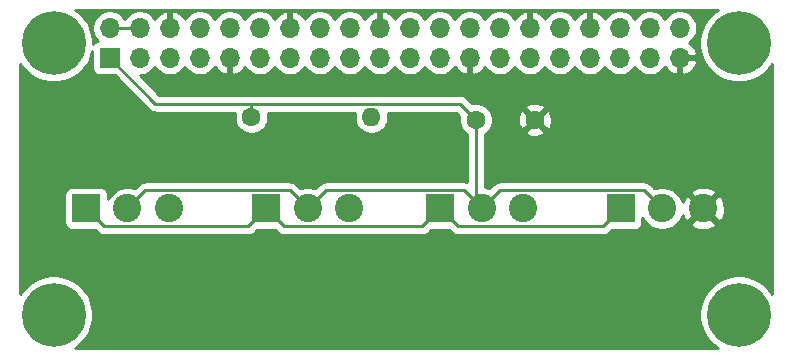
<source format=gbr>
%TF.GenerationSoftware,KiCad,Pcbnew,(5.1.8)-1*%
%TF.CreationDate,2022-03-17T13:58:37+00:00*%
%TF.ProjectId,wire_pi_hat,77697265-5f70-4695-9f68-61742e6b6963,rev?*%
%TF.SameCoordinates,Original*%
%TF.FileFunction,Copper,L1,Top*%
%TF.FilePolarity,Positive*%
%FSLAX46Y46*%
G04 Gerber Fmt 4.6, Leading zero omitted, Abs format (unit mm)*
G04 Created by KiCad (PCBNEW (5.1.8)-1) date 2022-03-17 13:58:37*
%MOMM*%
%LPD*%
G01*
G04 APERTURE LIST*
%TA.AperFunction,ComponentPad*%
%ADD10O,1.600000X1.600000*%
%TD*%
%TA.AperFunction,ComponentPad*%
%ADD11C,1.600000*%
%TD*%
%TA.AperFunction,ComponentPad*%
%ADD12C,2.400000*%
%TD*%
%TA.AperFunction,ComponentPad*%
%ADD13R,2.400000X2.400000*%
%TD*%
%TA.AperFunction,ComponentPad*%
%ADD14C,5.400000*%
%TD*%
%TA.AperFunction,ComponentPad*%
%ADD15O,1.700000X1.700000*%
%TD*%
%TA.AperFunction,ComponentPad*%
%ADD16R,1.700000X1.700000*%
%TD*%
%TA.AperFunction,Conductor*%
%ADD17C,0.250000*%
%TD*%
%TA.AperFunction,Conductor*%
%ADD18C,0.254000*%
%TD*%
%TA.AperFunction,Conductor*%
%ADD19C,0.100000*%
%TD*%
G04 APERTURE END LIST*
D10*
%TO.P,R1,2*%
%TO.N,Net-(J1-Pad1)*%
X80410000Y-45250000D03*
D11*
%TO.P,R1,1*%
%TO.N,+3V3*%
X70250000Y-45250000D03*
%TD*%
D12*
%TO.P,J5,3*%
%TO.N,GND*%
X108500000Y-53000000D03*
%TO.P,J5,2*%
%TO.N,+3V3*%
X105000000Y-53000000D03*
D13*
%TO.P,J5,1*%
%TO.N,Net-(J1-Pad1)*%
X101500000Y-53000000D03*
%TD*%
D12*
%TO.P,J4,3*%
%TO.N,GND*%
X93250000Y-53000000D03*
%TO.P,J4,2*%
%TO.N,+3V3*%
X89750000Y-53000000D03*
D13*
%TO.P,J4,1*%
%TO.N,Net-(J1-Pad1)*%
X86250000Y-53000000D03*
%TD*%
D12*
%TO.P,J2,3*%
%TO.N,GND*%
X78500000Y-53000000D03*
%TO.P,J2,2*%
%TO.N,+3V3*%
X75000000Y-53000000D03*
D13*
%TO.P,J2,1*%
%TO.N,Net-(J1-Pad1)*%
X71500000Y-53000000D03*
%TD*%
D12*
%TO.P,J1,3*%
%TO.N,GND*%
X63250000Y-53000000D03*
%TO.P,J1,2*%
%TO.N,+3V3*%
X59750000Y-53000000D03*
D13*
%TO.P,J1,1*%
%TO.N,Net-(J1-Pad1)*%
X56250000Y-53000000D03*
%TD*%
D11*
%TO.P,C1,2*%
%TO.N,GND*%
X94250000Y-45500000D03*
%TO.P,C1,1*%
%TO.N,+3V3*%
X89250000Y-45500000D03*
%TD*%
D14*
%TO.P,H4,1*%
%TO.N,N/C*%
X111500000Y-62000000D03*
%TD*%
%TO.P,H3,1*%
%TO.N,N/C*%
X53500000Y-62000000D03*
%TD*%
%TO.P,H2,1*%
%TO.N,N/C*%
X111500000Y-39000000D03*
%TD*%
%TO.P,H1,1*%
%TO.N,N/C*%
X53500000Y-39000000D03*
%TD*%
D15*
%TO.P,J3,40*%
%TO.N,Net-(J3-Pad40)*%
X106510000Y-37710000D03*
%TO.P,J3,39*%
%TO.N,GND*%
X106510000Y-40250000D03*
%TO.P,J3,38*%
%TO.N,Net-(J3-Pad38)*%
X103970000Y-37710000D03*
%TO.P,J3,37*%
%TO.N,Net-(J3-Pad37)*%
X103970000Y-40250000D03*
%TO.P,J3,36*%
%TO.N,Net-(J3-Pad36)*%
X101430000Y-37710000D03*
%TO.P,J3,35*%
%TO.N,Net-(J3-Pad35)*%
X101430000Y-40250000D03*
%TO.P,J3,34*%
%TO.N,GND*%
X98890000Y-37710000D03*
%TO.P,J3,33*%
%TO.N,Net-(J3-Pad33)*%
X98890000Y-40250000D03*
%TO.P,J3,32*%
%TO.N,Net-(J3-Pad32)*%
X96350000Y-37710000D03*
%TO.P,J3,31*%
%TO.N,Net-(J3-Pad31)*%
X96350000Y-40250000D03*
%TO.P,J3,30*%
%TO.N,GND*%
X93810000Y-37710000D03*
%TO.P,J3,29*%
%TO.N,Net-(J3-Pad29)*%
X93810000Y-40250000D03*
%TO.P,J3,28*%
%TO.N,Net-(J3-Pad28)*%
X91270000Y-37710000D03*
%TO.P,J3,27*%
%TO.N,Net-(J3-Pad27)*%
X91270000Y-40250000D03*
%TO.P,J3,26*%
%TO.N,Net-(J3-Pad26)*%
X88730000Y-37710000D03*
%TO.P,J3,25*%
%TO.N,GND*%
X88730000Y-40250000D03*
%TO.P,J3,24*%
%TO.N,Net-(J3-Pad24)*%
X86190000Y-37710000D03*
%TO.P,J3,23*%
%TO.N,Net-(J3-Pad23)*%
X86190000Y-40250000D03*
%TO.P,J3,22*%
%TO.N,Net-(J3-Pad22)*%
X83650000Y-37710000D03*
%TO.P,J3,21*%
%TO.N,Net-(J3-Pad21)*%
X83650000Y-40250000D03*
%TO.P,J3,20*%
%TO.N,GND*%
X81110000Y-37710000D03*
%TO.P,J3,19*%
%TO.N,Net-(J3-Pad19)*%
X81110000Y-40250000D03*
%TO.P,J3,18*%
%TO.N,Net-(J3-Pad18)*%
X78570000Y-37710000D03*
%TO.P,J3,17*%
%TO.N,Net-(J3-Pad17)*%
X78570000Y-40250000D03*
%TO.P,J3,16*%
%TO.N,Net-(J3-Pad16)*%
X76030000Y-37710000D03*
%TO.P,J3,15*%
%TO.N,Net-(J3-Pad15)*%
X76030000Y-40250000D03*
%TO.P,J3,14*%
%TO.N,GND*%
X73490000Y-37710000D03*
%TO.P,J3,13*%
%TO.N,Net-(J3-Pad13)*%
X73490000Y-40250000D03*
%TO.P,J3,12*%
%TO.N,Net-(J3-Pad12)*%
X70950000Y-37710000D03*
%TO.P,J3,11*%
%TO.N,Net-(J3-Pad11)*%
X70950000Y-40250000D03*
%TO.P,J3,10*%
%TO.N,Net-(J3-Pad10)*%
X68410000Y-37710000D03*
%TO.P,J3,9*%
%TO.N,GND*%
X68410000Y-40250000D03*
%TO.P,J3,8*%
%TO.N,Net-(J3-Pad8)*%
X65870000Y-37710000D03*
%TO.P,J3,7*%
%TO.N,Net-(J1-Pad1)*%
X65870000Y-40250000D03*
%TO.P,J3,6*%
%TO.N,GND*%
X63330000Y-37710000D03*
%TO.P,J3,5*%
%TO.N,Net-(J3-Pad5)*%
X63330000Y-40250000D03*
%TO.P,J3,4*%
%TO.N,+5V*%
X60790000Y-37710000D03*
%TO.P,J3,3*%
%TO.N,Net-(J3-Pad3)*%
X60790000Y-40250000D03*
%TO.P,J3,2*%
%TO.N,+5V*%
X58250000Y-37710000D03*
D16*
%TO.P,J3,1*%
%TO.N,+3V3*%
X58250000Y-40250000D03*
%TD*%
D17*
%TO.N,+5V*%
X58250000Y-37710000D02*
X60790000Y-37710000D01*
%TO.N,+3V3*%
X73474999Y-51474999D02*
X75000000Y-53000000D01*
X61275001Y-51474999D02*
X73474999Y-51474999D01*
X59750000Y-53000000D02*
X61275001Y-51474999D01*
X88224999Y-51474999D02*
X89750000Y-53000000D01*
X76525001Y-51474999D02*
X88224999Y-51474999D01*
X75000000Y-53000000D02*
X76525001Y-51474999D01*
X103474999Y-51474999D02*
X105000000Y-53000000D01*
X91275001Y-51474999D02*
X103474999Y-51474999D01*
X89750000Y-53000000D02*
X91275001Y-51474999D01*
X87874999Y-44124999D02*
X89250000Y-45500000D01*
X58250000Y-40250000D02*
X62124999Y-44124999D01*
X89250000Y-52500000D02*
X89750000Y-53000000D01*
X89250000Y-45500000D02*
X89250000Y-52500000D01*
X70250000Y-44250000D02*
X70124999Y-44124999D01*
X70250000Y-45250000D02*
X70250000Y-44250000D01*
X70124999Y-44124999D02*
X87874999Y-44124999D01*
X62124999Y-44124999D02*
X70124999Y-44124999D01*
%TO.N,Net-(J1-Pad1)*%
X69974999Y-54525001D02*
X71500000Y-53000000D01*
X57775001Y-54525001D02*
X69974999Y-54525001D01*
X56250000Y-53000000D02*
X57775001Y-54525001D01*
X84724999Y-54525001D02*
X86250000Y-53000000D01*
X73025001Y-54525001D02*
X84724999Y-54525001D01*
X71500000Y-53000000D02*
X73025001Y-54525001D01*
X99974999Y-54525001D02*
X101500000Y-53000000D01*
X87775001Y-54525001D02*
X99974999Y-54525001D01*
X86250000Y-53000000D02*
X87775001Y-54525001D01*
%TD*%
D18*
%TO.N,GND*%
X109374061Y-36409536D02*
X108909536Y-36874061D01*
X108544561Y-37420285D01*
X108293162Y-38027216D01*
X108165000Y-38671531D01*
X108165000Y-39328469D01*
X108293162Y-39972784D01*
X108544561Y-40579715D01*
X108909536Y-41125939D01*
X109374061Y-41590464D01*
X109920285Y-41955439D01*
X110527216Y-42206838D01*
X111171531Y-42335000D01*
X111828469Y-42335000D01*
X112472784Y-42206838D01*
X113079715Y-41955439D01*
X113625939Y-41590464D01*
X114090464Y-41125939D01*
X114315000Y-40789897D01*
X114315001Y-60210104D01*
X114090464Y-59874061D01*
X113625939Y-59409536D01*
X113079715Y-59044561D01*
X112472784Y-58793162D01*
X111828469Y-58665000D01*
X111171531Y-58665000D01*
X110527216Y-58793162D01*
X109920285Y-59044561D01*
X109374061Y-59409536D01*
X108909536Y-59874061D01*
X108544561Y-60420285D01*
X108293162Y-61027216D01*
X108165000Y-61671531D01*
X108165000Y-62328469D01*
X108293162Y-62972784D01*
X108544561Y-63579715D01*
X108909536Y-64125939D01*
X109374061Y-64590464D01*
X109710103Y-64815000D01*
X55289897Y-64815000D01*
X55625939Y-64590464D01*
X56090464Y-64125939D01*
X56455439Y-63579715D01*
X56706838Y-62972784D01*
X56835000Y-62328469D01*
X56835000Y-61671531D01*
X56706838Y-61027216D01*
X56455439Y-60420285D01*
X56090464Y-59874061D01*
X55625939Y-59409536D01*
X55079715Y-59044561D01*
X54472784Y-58793162D01*
X53828469Y-58665000D01*
X53171531Y-58665000D01*
X52527216Y-58793162D01*
X51920285Y-59044561D01*
X51374061Y-59409536D01*
X50909536Y-59874061D01*
X50685000Y-60210103D01*
X50685000Y-40789897D01*
X50909536Y-41125939D01*
X51374061Y-41590464D01*
X51920285Y-41955439D01*
X52527216Y-42206838D01*
X53171531Y-42335000D01*
X53828469Y-42335000D01*
X54472784Y-42206838D01*
X55079715Y-41955439D01*
X55625939Y-41590464D01*
X56090464Y-41125939D01*
X56455439Y-40579715D01*
X56706838Y-39972784D01*
X56761928Y-39695827D01*
X56761928Y-41100000D01*
X56774188Y-41224482D01*
X56810498Y-41344180D01*
X56869463Y-41454494D01*
X56948815Y-41551185D01*
X57045506Y-41630537D01*
X57155820Y-41689502D01*
X57275518Y-41725812D01*
X57400000Y-41738072D01*
X58663271Y-41738072D01*
X61561199Y-44636001D01*
X61584998Y-44665000D01*
X61613996Y-44688798D01*
X61700722Y-44759973D01*
X61765231Y-44794454D01*
X61832752Y-44830545D01*
X61976013Y-44874002D01*
X62087666Y-44884999D01*
X62087675Y-44884999D01*
X62124998Y-44888675D01*
X62162321Y-44884999D01*
X68859491Y-44884999D01*
X68815000Y-45108665D01*
X68815000Y-45391335D01*
X68870147Y-45668574D01*
X68978320Y-45929727D01*
X69135363Y-46164759D01*
X69335241Y-46364637D01*
X69570273Y-46521680D01*
X69831426Y-46629853D01*
X70108665Y-46685000D01*
X70391335Y-46685000D01*
X70668574Y-46629853D01*
X70929727Y-46521680D01*
X71164759Y-46364637D01*
X71364637Y-46164759D01*
X71521680Y-45929727D01*
X71629853Y-45668574D01*
X71685000Y-45391335D01*
X71685000Y-45108665D01*
X71640509Y-44884999D01*
X79019491Y-44884999D01*
X78975000Y-45108665D01*
X78975000Y-45391335D01*
X79030147Y-45668574D01*
X79138320Y-45929727D01*
X79295363Y-46164759D01*
X79495241Y-46364637D01*
X79730273Y-46521680D01*
X79991426Y-46629853D01*
X80268665Y-46685000D01*
X80551335Y-46685000D01*
X80828574Y-46629853D01*
X81089727Y-46521680D01*
X81324759Y-46364637D01*
X81524637Y-46164759D01*
X81681680Y-45929727D01*
X81789853Y-45668574D01*
X81845000Y-45391335D01*
X81845000Y-45108665D01*
X81800509Y-44884999D01*
X87560198Y-44884999D01*
X87851312Y-45176114D01*
X87815000Y-45358665D01*
X87815000Y-45641335D01*
X87870147Y-45918574D01*
X87978320Y-46179727D01*
X88135363Y-46414759D01*
X88335241Y-46614637D01*
X88490000Y-46718044D01*
X88490001Y-50761188D01*
X88373985Y-50725996D01*
X88262332Y-50714999D01*
X88262321Y-50714999D01*
X88224999Y-50711323D01*
X88187677Y-50714999D01*
X76562323Y-50714999D01*
X76525000Y-50711323D01*
X76487677Y-50714999D01*
X76487668Y-50714999D01*
X76376015Y-50725996D01*
X76232754Y-50769453D01*
X76100724Y-50840025D01*
X76017084Y-50908667D01*
X75985000Y-50934998D01*
X75961202Y-50963996D01*
X75644449Y-51280750D01*
X75535250Y-51235518D01*
X75180732Y-51165000D01*
X74819268Y-51165000D01*
X74464750Y-51235518D01*
X74355551Y-51280750D01*
X74038803Y-50964002D01*
X74015000Y-50934998D01*
X73899275Y-50840025D01*
X73767246Y-50769453D01*
X73623985Y-50725996D01*
X73512332Y-50714999D01*
X73512321Y-50714999D01*
X73474999Y-50711323D01*
X73437677Y-50714999D01*
X61312323Y-50714999D01*
X61275000Y-50711323D01*
X61237677Y-50714999D01*
X61237668Y-50714999D01*
X61126015Y-50725996D01*
X60982754Y-50769453D01*
X60850724Y-50840025D01*
X60767084Y-50908667D01*
X60735000Y-50934998D01*
X60711202Y-50963996D01*
X60394449Y-51280750D01*
X60285250Y-51235518D01*
X59930732Y-51165000D01*
X59569268Y-51165000D01*
X59214750Y-51235518D01*
X58880801Y-51373844D01*
X58580256Y-51574662D01*
X58324662Y-51830256D01*
X58123844Y-52130801D01*
X58088072Y-52217162D01*
X58088072Y-51800000D01*
X58075812Y-51675518D01*
X58039502Y-51555820D01*
X57980537Y-51445506D01*
X57901185Y-51348815D01*
X57804494Y-51269463D01*
X57694180Y-51210498D01*
X57574482Y-51174188D01*
X57450000Y-51161928D01*
X55050000Y-51161928D01*
X54925518Y-51174188D01*
X54805820Y-51210498D01*
X54695506Y-51269463D01*
X54598815Y-51348815D01*
X54519463Y-51445506D01*
X54460498Y-51555820D01*
X54424188Y-51675518D01*
X54411928Y-51800000D01*
X54411928Y-54200000D01*
X54424188Y-54324482D01*
X54460498Y-54444180D01*
X54519463Y-54554494D01*
X54598815Y-54651185D01*
X54695506Y-54730537D01*
X54805820Y-54789502D01*
X54925518Y-54825812D01*
X55050000Y-54838072D01*
X57013270Y-54838072D01*
X57211202Y-55036004D01*
X57235000Y-55065002D01*
X57263998Y-55088800D01*
X57350724Y-55159975D01*
X57482754Y-55230547D01*
X57626015Y-55274004D01*
X57737668Y-55285001D01*
X57737677Y-55285001D01*
X57775000Y-55288677D01*
X57812323Y-55285001D01*
X69937677Y-55285001D01*
X69974999Y-55288677D01*
X70012321Y-55285001D01*
X70012332Y-55285001D01*
X70123985Y-55274004D01*
X70267246Y-55230547D01*
X70399275Y-55159975D01*
X70515000Y-55065002D01*
X70538803Y-55035998D01*
X70736729Y-54838072D01*
X72263270Y-54838072D01*
X72461202Y-55036004D01*
X72485000Y-55065002D01*
X72513998Y-55088800D01*
X72600724Y-55159975D01*
X72732754Y-55230547D01*
X72876015Y-55274004D01*
X72987668Y-55285001D01*
X72987677Y-55285001D01*
X73025000Y-55288677D01*
X73062323Y-55285001D01*
X84687677Y-55285001D01*
X84724999Y-55288677D01*
X84762321Y-55285001D01*
X84762332Y-55285001D01*
X84873985Y-55274004D01*
X85017246Y-55230547D01*
X85149275Y-55159975D01*
X85265000Y-55065002D01*
X85288803Y-55035998D01*
X85486729Y-54838072D01*
X87013270Y-54838072D01*
X87211202Y-55036004D01*
X87235000Y-55065002D01*
X87263998Y-55088800D01*
X87350724Y-55159975D01*
X87482754Y-55230547D01*
X87626015Y-55274004D01*
X87737668Y-55285001D01*
X87737677Y-55285001D01*
X87775000Y-55288677D01*
X87812323Y-55285001D01*
X99937677Y-55285001D01*
X99974999Y-55288677D01*
X100012321Y-55285001D01*
X100012332Y-55285001D01*
X100123985Y-55274004D01*
X100267246Y-55230547D01*
X100399275Y-55159975D01*
X100515000Y-55065002D01*
X100538803Y-55035998D01*
X100736729Y-54838072D01*
X102700000Y-54838072D01*
X102824482Y-54825812D01*
X102944180Y-54789502D01*
X103054494Y-54730537D01*
X103151185Y-54651185D01*
X103230537Y-54554494D01*
X103289502Y-54444180D01*
X103325812Y-54324482D01*
X103338072Y-54200000D01*
X103338072Y-53782838D01*
X103373844Y-53869199D01*
X103574662Y-54169744D01*
X103830256Y-54425338D01*
X104130801Y-54626156D01*
X104464750Y-54764482D01*
X104819268Y-54835000D01*
X105180732Y-54835000D01*
X105535250Y-54764482D01*
X105869199Y-54626156D01*
X106169744Y-54425338D01*
X106317102Y-54277980D01*
X107401626Y-54277980D01*
X107521514Y-54562836D01*
X107845210Y-54723699D01*
X108194069Y-54818322D01*
X108554684Y-54843067D01*
X108913198Y-54796985D01*
X109255833Y-54681846D01*
X109478486Y-54562836D01*
X109598374Y-54277980D01*
X108500000Y-53179605D01*
X107401626Y-54277980D01*
X106317102Y-54277980D01*
X106425338Y-54169744D01*
X106626156Y-53869199D01*
X106753190Y-53562511D01*
X106818154Y-53755833D01*
X106937164Y-53978486D01*
X107222020Y-54098374D01*
X108320395Y-53000000D01*
X108679605Y-53000000D01*
X109777980Y-54098374D01*
X110062836Y-53978486D01*
X110223699Y-53654790D01*
X110318322Y-53305931D01*
X110343067Y-52945316D01*
X110296985Y-52586802D01*
X110181846Y-52244167D01*
X110062836Y-52021514D01*
X109777980Y-51901626D01*
X108679605Y-53000000D01*
X108320395Y-53000000D01*
X107222020Y-51901626D01*
X106937164Y-52021514D01*
X106776301Y-52345210D01*
X106752031Y-52434690D01*
X106626156Y-52130801D01*
X106425338Y-51830256D01*
X106317102Y-51722020D01*
X107401626Y-51722020D01*
X108500000Y-52820395D01*
X109598374Y-51722020D01*
X109478486Y-51437164D01*
X109154790Y-51276301D01*
X108805931Y-51181678D01*
X108445316Y-51156933D01*
X108086802Y-51203015D01*
X107744167Y-51318154D01*
X107521514Y-51437164D01*
X107401626Y-51722020D01*
X106317102Y-51722020D01*
X106169744Y-51574662D01*
X105869199Y-51373844D01*
X105535250Y-51235518D01*
X105180732Y-51165000D01*
X104819268Y-51165000D01*
X104464750Y-51235518D01*
X104355551Y-51280750D01*
X104038803Y-50964002D01*
X104015000Y-50934998D01*
X103899275Y-50840025D01*
X103767246Y-50769453D01*
X103623985Y-50725996D01*
X103512332Y-50714999D01*
X103512321Y-50714999D01*
X103474999Y-50711323D01*
X103437677Y-50714999D01*
X91312323Y-50714999D01*
X91275000Y-50711323D01*
X91237677Y-50714999D01*
X91237668Y-50714999D01*
X91126015Y-50725996D01*
X90982754Y-50769453D01*
X90850724Y-50840025D01*
X90767084Y-50908667D01*
X90735000Y-50934998D01*
X90711202Y-50963996D01*
X90394449Y-51280750D01*
X90285250Y-51235518D01*
X90010000Y-51180767D01*
X90010000Y-46718043D01*
X90164759Y-46614637D01*
X90286694Y-46492702D01*
X93436903Y-46492702D01*
X93508486Y-46736671D01*
X93763996Y-46857571D01*
X94038184Y-46926300D01*
X94320512Y-46940217D01*
X94600130Y-46898787D01*
X94866292Y-46803603D01*
X94991514Y-46736671D01*
X95063097Y-46492702D01*
X94250000Y-45679605D01*
X93436903Y-46492702D01*
X90286694Y-46492702D01*
X90364637Y-46414759D01*
X90521680Y-46179727D01*
X90629853Y-45918574D01*
X90685000Y-45641335D01*
X90685000Y-45570512D01*
X92809783Y-45570512D01*
X92851213Y-45850130D01*
X92946397Y-46116292D01*
X93013329Y-46241514D01*
X93257298Y-46313097D01*
X94070395Y-45500000D01*
X94429605Y-45500000D01*
X95242702Y-46313097D01*
X95486671Y-46241514D01*
X95607571Y-45986004D01*
X95676300Y-45711816D01*
X95690217Y-45429488D01*
X95648787Y-45149870D01*
X95553603Y-44883708D01*
X95486671Y-44758486D01*
X95242702Y-44686903D01*
X94429605Y-45500000D01*
X94070395Y-45500000D01*
X93257298Y-44686903D01*
X93013329Y-44758486D01*
X92892429Y-45013996D01*
X92823700Y-45288184D01*
X92809783Y-45570512D01*
X90685000Y-45570512D01*
X90685000Y-45358665D01*
X90629853Y-45081426D01*
X90521680Y-44820273D01*
X90364637Y-44585241D01*
X90286694Y-44507298D01*
X93436903Y-44507298D01*
X94250000Y-45320395D01*
X95063097Y-44507298D01*
X94991514Y-44263329D01*
X94736004Y-44142429D01*
X94461816Y-44073700D01*
X94179488Y-44059783D01*
X93899870Y-44101213D01*
X93633708Y-44196397D01*
X93508486Y-44263329D01*
X93436903Y-44507298D01*
X90286694Y-44507298D01*
X90164759Y-44385363D01*
X89929727Y-44228320D01*
X89668574Y-44120147D01*
X89391335Y-44065000D01*
X89108665Y-44065000D01*
X88926114Y-44101312D01*
X88438803Y-43614002D01*
X88415000Y-43584998D01*
X88299275Y-43490025D01*
X88167246Y-43419453D01*
X88023985Y-43375996D01*
X87912332Y-43364999D01*
X87912321Y-43364999D01*
X87874999Y-43361323D01*
X87837677Y-43364999D01*
X70162321Y-43364999D01*
X70124999Y-43361323D01*
X70087677Y-43364999D01*
X62439801Y-43364999D01*
X60809802Y-41735000D01*
X60936260Y-41735000D01*
X61223158Y-41677932D01*
X61493411Y-41565990D01*
X61736632Y-41403475D01*
X61943475Y-41196632D01*
X62060000Y-41022240D01*
X62176525Y-41196632D01*
X62383368Y-41403475D01*
X62626589Y-41565990D01*
X62896842Y-41677932D01*
X63183740Y-41735000D01*
X63476260Y-41735000D01*
X63763158Y-41677932D01*
X64033411Y-41565990D01*
X64276632Y-41403475D01*
X64483475Y-41196632D01*
X64600000Y-41022240D01*
X64716525Y-41196632D01*
X64923368Y-41403475D01*
X65166589Y-41565990D01*
X65436842Y-41677932D01*
X65723740Y-41735000D01*
X66016260Y-41735000D01*
X66303158Y-41677932D01*
X66573411Y-41565990D01*
X66816632Y-41403475D01*
X67023475Y-41196632D01*
X67145195Y-41014466D01*
X67214822Y-41131355D01*
X67409731Y-41347588D01*
X67643080Y-41521641D01*
X67905901Y-41646825D01*
X68053110Y-41691476D01*
X68283000Y-41570155D01*
X68283000Y-40377000D01*
X68263000Y-40377000D01*
X68263000Y-40123000D01*
X68283000Y-40123000D01*
X68283000Y-40103000D01*
X68537000Y-40103000D01*
X68537000Y-40123000D01*
X68557000Y-40123000D01*
X68557000Y-40377000D01*
X68537000Y-40377000D01*
X68537000Y-41570155D01*
X68766890Y-41691476D01*
X68914099Y-41646825D01*
X69176920Y-41521641D01*
X69410269Y-41347588D01*
X69605178Y-41131355D01*
X69674805Y-41014466D01*
X69796525Y-41196632D01*
X70003368Y-41403475D01*
X70246589Y-41565990D01*
X70516842Y-41677932D01*
X70803740Y-41735000D01*
X71096260Y-41735000D01*
X71383158Y-41677932D01*
X71653411Y-41565990D01*
X71896632Y-41403475D01*
X72103475Y-41196632D01*
X72220000Y-41022240D01*
X72336525Y-41196632D01*
X72543368Y-41403475D01*
X72786589Y-41565990D01*
X73056842Y-41677932D01*
X73343740Y-41735000D01*
X73636260Y-41735000D01*
X73923158Y-41677932D01*
X74193411Y-41565990D01*
X74436632Y-41403475D01*
X74643475Y-41196632D01*
X74760000Y-41022240D01*
X74876525Y-41196632D01*
X75083368Y-41403475D01*
X75326589Y-41565990D01*
X75596842Y-41677932D01*
X75883740Y-41735000D01*
X76176260Y-41735000D01*
X76463158Y-41677932D01*
X76733411Y-41565990D01*
X76976632Y-41403475D01*
X77183475Y-41196632D01*
X77300000Y-41022240D01*
X77416525Y-41196632D01*
X77623368Y-41403475D01*
X77866589Y-41565990D01*
X78136842Y-41677932D01*
X78423740Y-41735000D01*
X78716260Y-41735000D01*
X79003158Y-41677932D01*
X79273411Y-41565990D01*
X79516632Y-41403475D01*
X79723475Y-41196632D01*
X79840000Y-41022240D01*
X79956525Y-41196632D01*
X80163368Y-41403475D01*
X80406589Y-41565990D01*
X80676842Y-41677932D01*
X80963740Y-41735000D01*
X81256260Y-41735000D01*
X81543158Y-41677932D01*
X81813411Y-41565990D01*
X82056632Y-41403475D01*
X82263475Y-41196632D01*
X82380000Y-41022240D01*
X82496525Y-41196632D01*
X82703368Y-41403475D01*
X82946589Y-41565990D01*
X83216842Y-41677932D01*
X83503740Y-41735000D01*
X83796260Y-41735000D01*
X84083158Y-41677932D01*
X84353411Y-41565990D01*
X84596632Y-41403475D01*
X84803475Y-41196632D01*
X84920000Y-41022240D01*
X85036525Y-41196632D01*
X85243368Y-41403475D01*
X85486589Y-41565990D01*
X85756842Y-41677932D01*
X86043740Y-41735000D01*
X86336260Y-41735000D01*
X86623158Y-41677932D01*
X86893411Y-41565990D01*
X87136632Y-41403475D01*
X87343475Y-41196632D01*
X87465195Y-41014466D01*
X87534822Y-41131355D01*
X87729731Y-41347588D01*
X87963080Y-41521641D01*
X88225901Y-41646825D01*
X88373110Y-41691476D01*
X88603000Y-41570155D01*
X88603000Y-40377000D01*
X88583000Y-40377000D01*
X88583000Y-40123000D01*
X88603000Y-40123000D01*
X88603000Y-40103000D01*
X88857000Y-40103000D01*
X88857000Y-40123000D01*
X88877000Y-40123000D01*
X88877000Y-40377000D01*
X88857000Y-40377000D01*
X88857000Y-41570155D01*
X89086890Y-41691476D01*
X89234099Y-41646825D01*
X89496920Y-41521641D01*
X89730269Y-41347588D01*
X89925178Y-41131355D01*
X89994805Y-41014466D01*
X90116525Y-41196632D01*
X90323368Y-41403475D01*
X90566589Y-41565990D01*
X90836842Y-41677932D01*
X91123740Y-41735000D01*
X91416260Y-41735000D01*
X91703158Y-41677932D01*
X91973411Y-41565990D01*
X92216632Y-41403475D01*
X92423475Y-41196632D01*
X92540000Y-41022240D01*
X92656525Y-41196632D01*
X92863368Y-41403475D01*
X93106589Y-41565990D01*
X93376842Y-41677932D01*
X93663740Y-41735000D01*
X93956260Y-41735000D01*
X94243158Y-41677932D01*
X94513411Y-41565990D01*
X94756632Y-41403475D01*
X94963475Y-41196632D01*
X95080000Y-41022240D01*
X95196525Y-41196632D01*
X95403368Y-41403475D01*
X95646589Y-41565990D01*
X95916842Y-41677932D01*
X96203740Y-41735000D01*
X96496260Y-41735000D01*
X96783158Y-41677932D01*
X97053411Y-41565990D01*
X97296632Y-41403475D01*
X97503475Y-41196632D01*
X97620000Y-41022240D01*
X97736525Y-41196632D01*
X97943368Y-41403475D01*
X98186589Y-41565990D01*
X98456842Y-41677932D01*
X98743740Y-41735000D01*
X99036260Y-41735000D01*
X99323158Y-41677932D01*
X99593411Y-41565990D01*
X99836632Y-41403475D01*
X100043475Y-41196632D01*
X100160000Y-41022240D01*
X100276525Y-41196632D01*
X100483368Y-41403475D01*
X100726589Y-41565990D01*
X100996842Y-41677932D01*
X101283740Y-41735000D01*
X101576260Y-41735000D01*
X101863158Y-41677932D01*
X102133411Y-41565990D01*
X102376632Y-41403475D01*
X102583475Y-41196632D01*
X102700000Y-41022240D01*
X102816525Y-41196632D01*
X103023368Y-41403475D01*
X103266589Y-41565990D01*
X103536842Y-41677932D01*
X103823740Y-41735000D01*
X104116260Y-41735000D01*
X104403158Y-41677932D01*
X104673411Y-41565990D01*
X104916632Y-41403475D01*
X105123475Y-41196632D01*
X105245195Y-41014466D01*
X105314822Y-41131355D01*
X105509731Y-41347588D01*
X105743080Y-41521641D01*
X106005901Y-41646825D01*
X106153110Y-41691476D01*
X106383000Y-41570155D01*
X106383000Y-40377000D01*
X106637000Y-40377000D01*
X106637000Y-41570155D01*
X106866890Y-41691476D01*
X107014099Y-41646825D01*
X107276920Y-41521641D01*
X107510269Y-41347588D01*
X107705178Y-41131355D01*
X107854157Y-40881252D01*
X107951481Y-40606891D01*
X107830814Y-40377000D01*
X106637000Y-40377000D01*
X106383000Y-40377000D01*
X106363000Y-40377000D01*
X106363000Y-40123000D01*
X106383000Y-40123000D01*
X106383000Y-40103000D01*
X106637000Y-40103000D01*
X106637000Y-40123000D01*
X107830814Y-40123000D01*
X107951481Y-39893109D01*
X107854157Y-39618748D01*
X107705178Y-39368645D01*
X107510269Y-39152412D01*
X107280594Y-38981100D01*
X107456632Y-38863475D01*
X107663475Y-38656632D01*
X107825990Y-38413411D01*
X107937932Y-38143158D01*
X107995000Y-37856260D01*
X107995000Y-37563740D01*
X107937932Y-37276842D01*
X107825990Y-37006589D01*
X107663475Y-36763368D01*
X107456632Y-36556525D01*
X107213411Y-36394010D01*
X106943158Y-36282068D01*
X106656260Y-36225000D01*
X106363740Y-36225000D01*
X106076842Y-36282068D01*
X105806589Y-36394010D01*
X105563368Y-36556525D01*
X105356525Y-36763368D01*
X105240000Y-36937760D01*
X105123475Y-36763368D01*
X104916632Y-36556525D01*
X104673411Y-36394010D01*
X104403158Y-36282068D01*
X104116260Y-36225000D01*
X103823740Y-36225000D01*
X103536842Y-36282068D01*
X103266589Y-36394010D01*
X103023368Y-36556525D01*
X102816525Y-36763368D01*
X102700000Y-36937760D01*
X102583475Y-36763368D01*
X102376632Y-36556525D01*
X102133411Y-36394010D01*
X101863158Y-36282068D01*
X101576260Y-36225000D01*
X101283740Y-36225000D01*
X100996842Y-36282068D01*
X100726589Y-36394010D01*
X100483368Y-36556525D01*
X100276525Y-36763368D01*
X100154805Y-36945534D01*
X100085178Y-36828645D01*
X99890269Y-36612412D01*
X99656920Y-36438359D01*
X99394099Y-36313175D01*
X99246890Y-36268524D01*
X99017000Y-36389845D01*
X99017000Y-37583000D01*
X99037000Y-37583000D01*
X99037000Y-37837000D01*
X99017000Y-37837000D01*
X99017000Y-37857000D01*
X98763000Y-37857000D01*
X98763000Y-37837000D01*
X98743000Y-37837000D01*
X98743000Y-37583000D01*
X98763000Y-37583000D01*
X98763000Y-36389845D01*
X98533110Y-36268524D01*
X98385901Y-36313175D01*
X98123080Y-36438359D01*
X97889731Y-36612412D01*
X97694822Y-36828645D01*
X97625195Y-36945534D01*
X97503475Y-36763368D01*
X97296632Y-36556525D01*
X97053411Y-36394010D01*
X96783158Y-36282068D01*
X96496260Y-36225000D01*
X96203740Y-36225000D01*
X95916842Y-36282068D01*
X95646589Y-36394010D01*
X95403368Y-36556525D01*
X95196525Y-36763368D01*
X95074805Y-36945534D01*
X95005178Y-36828645D01*
X94810269Y-36612412D01*
X94576920Y-36438359D01*
X94314099Y-36313175D01*
X94166890Y-36268524D01*
X93937000Y-36389845D01*
X93937000Y-37583000D01*
X93957000Y-37583000D01*
X93957000Y-37837000D01*
X93937000Y-37837000D01*
X93937000Y-37857000D01*
X93683000Y-37857000D01*
X93683000Y-37837000D01*
X93663000Y-37837000D01*
X93663000Y-37583000D01*
X93683000Y-37583000D01*
X93683000Y-36389845D01*
X93453110Y-36268524D01*
X93305901Y-36313175D01*
X93043080Y-36438359D01*
X92809731Y-36612412D01*
X92614822Y-36828645D01*
X92545195Y-36945534D01*
X92423475Y-36763368D01*
X92216632Y-36556525D01*
X91973411Y-36394010D01*
X91703158Y-36282068D01*
X91416260Y-36225000D01*
X91123740Y-36225000D01*
X90836842Y-36282068D01*
X90566589Y-36394010D01*
X90323368Y-36556525D01*
X90116525Y-36763368D01*
X90000000Y-36937760D01*
X89883475Y-36763368D01*
X89676632Y-36556525D01*
X89433411Y-36394010D01*
X89163158Y-36282068D01*
X88876260Y-36225000D01*
X88583740Y-36225000D01*
X88296842Y-36282068D01*
X88026589Y-36394010D01*
X87783368Y-36556525D01*
X87576525Y-36763368D01*
X87460000Y-36937760D01*
X87343475Y-36763368D01*
X87136632Y-36556525D01*
X86893411Y-36394010D01*
X86623158Y-36282068D01*
X86336260Y-36225000D01*
X86043740Y-36225000D01*
X85756842Y-36282068D01*
X85486589Y-36394010D01*
X85243368Y-36556525D01*
X85036525Y-36763368D01*
X84920000Y-36937760D01*
X84803475Y-36763368D01*
X84596632Y-36556525D01*
X84353411Y-36394010D01*
X84083158Y-36282068D01*
X83796260Y-36225000D01*
X83503740Y-36225000D01*
X83216842Y-36282068D01*
X82946589Y-36394010D01*
X82703368Y-36556525D01*
X82496525Y-36763368D01*
X82374805Y-36945534D01*
X82305178Y-36828645D01*
X82110269Y-36612412D01*
X81876920Y-36438359D01*
X81614099Y-36313175D01*
X81466890Y-36268524D01*
X81237000Y-36389845D01*
X81237000Y-37583000D01*
X81257000Y-37583000D01*
X81257000Y-37837000D01*
X81237000Y-37837000D01*
X81237000Y-37857000D01*
X80983000Y-37857000D01*
X80983000Y-37837000D01*
X80963000Y-37837000D01*
X80963000Y-37583000D01*
X80983000Y-37583000D01*
X80983000Y-36389845D01*
X80753110Y-36268524D01*
X80605901Y-36313175D01*
X80343080Y-36438359D01*
X80109731Y-36612412D01*
X79914822Y-36828645D01*
X79845195Y-36945534D01*
X79723475Y-36763368D01*
X79516632Y-36556525D01*
X79273411Y-36394010D01*
X79003158Y-36282068D01*
X78716260Y-36225000D01*
X78423740Y-36225000D01*
X78136842Y-36282068D01*
X77866589Y-36394010D01*
X77623368Y-36556525D01*
X77416525Y-36763368D01*
X77300000Y-36937760D01*
X77183475Y-36763368D01*
X76976632Y-36556525D01*
X76733411Y-36394010D01*
X76463158Y-36282068D01*
X76176260Y-36225000D01*
X75883740Y-36225000D01*
X75596842Y-36282068D01*
X75326589Y-36394010D01*
X75083368Y-36556525D01*
X74876525Y-36763368D01*
X74754805Y-36945534D01*
X74685178Y-36828645D01*
X74490269Y-36612412D01*
X74256920Y-36438359D01*
X73994099Y-36313175D01*
X73846890Y-36268524D01*
X73617000Y-36389845D01*
X73617000Y-37583000D01*
X73637000Y-37583000D01*
X73637000Y-37837000D01*
X73617000Y-37837000D01*
X73617000Y-37857000D01*
X73363000Y-37857000D01*
X73363000Y-37837000D01*
X73343000Y-37837000D01*
X73343000Y-37583000D01*
X73363000Y-37583000D01*
X73363000Y-36389845D01*
X73133110Y-36268524D01*
X72985901Y-36313175D01*
X72723080Y-36438359D01*
X72489731Y-36612412D01*
X72294822Y-36828645D01*
X72225195Y-36945534D01*
X72103475Y-36763368D01*
X71896632Y-36556525D01*
X71653411Y-36394010D01*
X71383158Y-36282068D01*
X71096260Y-36225000D01*
X70803740Y-36225000D01*
X70516842Y-36282068D01*
X70246589Y-36394010D01*
X70003368Y-36556525D01*
X69796525Y-36763368D01*
X69680000Y-36937760D01*
X69563475Y-36763368D01*
X69356632Y-36556525D01*
X69113411Y-36394010D01*
X68843158Y-36282068D01*
X68556260Y-36225000D01*
X68263740Y-36225000D01*
X67976842Y-36282068D01*
X67706589Y-36394010D01*
X67463368Y-36556525D01*
X67256525Y-36763368D01*
X67140000Y-36937760D01*
X67023475Y-36763368D01*
X66816632Y-36556525D01*
X66573411Y-36394010D01*
X66303158Y-36282068D01*
X66016260Y-36225000D01*
X65723740Y-36225000D01*
X65436842Y-36282068D01*
X65166589Y-36394010D01*
X64923368Y-36556525D01*
X64716525Y-36763368D01*
X64594805Y-36945534D01*
X64525178Y-36828645D01*
X64330269Y-36612412D01*
X64096920Y-36438359D01*
X63834099Y-36313175D01*
X63686890Y-36268524D01*
X63457000Y-36389845D01*
X63457000Y-37583000D01*
X63477000Y-37583000D01*
X63477000Y-37837000D01*
X63457000Y-37837000D01*
X63457000Y-37857000D01*
X63203000Y-37857000D01*
X63203000Y-37837000D01*
X63183000Y-37837000D01*
X63183000Y-37583000D01*
X63203000Y-37583000D01*
X63203000Y-36389845D01*
X62973110Y-36268524D01*
X62825901Y-36313175D01*
X62563080Y-36438359D01*
X62329731Y-36612412D01*
X62134822Y-36828645D01*
X62065195Y-36945534D01*
X61943475Y-36763368D01*
X61736632Y-36556525D01*
X61493411Y-36394010D01*
X61223158Y-36282068D01*
X60936260Y-36225000D01*
X60643740Y-36225000D01*
X60356842Y-36282068D01*
X60086589Y-36394010D01*
X59843368Y-36556525D01*
X59636525Y-36763368D01*
X59520000Y-36937760D01*
X59403475Y-36763368D01*
X59196632Y-36556525D01*
X58953411Y-36394010D01*
X58683158Y-36282068D01*
X58396260Y-36225000D01*
X58103740Y-36225000D01*
X57816842Y-36282068D01*
X57546589Y-36394010D01*
X57303368Y-36556525D01*
X57096525Y-36763368D01*
X56934010Y-37006589D01*
X56822068Y-37276842D01*
X56765000Y-37563740D01*
X56765000Y-37856260D01*
X56822068Y-38143158D01*
X56934010Y-38413411D01*
X57096525Y-38656632D01*
X57228380Y-38788487D01*
X57155820Y-38810498D01*
X57045506Y-38869463D01*
X56948815Y-38948815D01*
X56869463Y-39045506D01*
X56835000Y-39109981D01*
X56835000Y-38671531D01*
X56706838Y-38027216D01*
X56455439Y-37420285D01*
X56090464Y-36874061D01*
X55625939Y-36409536D01*
X55289897Y-36185000D01*
X109710103Y-36185000D01*
X109374061Y-36409536D01*
%TA.AperFunction,Conductor*%
D19*
G36*
X109374061Y-36409536D02*
G01*
X108909536Y-36874061D01*
X108544561Y-37420285D01*
X108293162Y-38027216D01*
X108165000Y-38671531D01*
X108165000Y-39328469D01*
X108293162Y-39972784D01*
X108544561Y-40579715D01*
X108909536Y-41125939D01*
X109374061Y-41590464D01*
X109920285Y-41955439D01*
X110527216Y-42206838D01*
X111171531Y-42335000D01*
X111828469Y-42335000D01*
X112472784Y-42206838D01*
X113079715Y-41955439D01*
X113625939Y-41590464D01*
X114090464Y-41125939D01*
X114315000Y-40789897D01*
X114315001Y-60210104D01*
X114090464Y-59874061D01*
X113625939Y-59409536D01*
X113079715Y-59044561D01*
X112472784Y-58793162D01*
X111828469Y-58665000D01*
X111171531Y-58665000D01*
X110527216Y-58793162D01*
X109920285Y-59044561D01*
X109374061Y-59409536D01*
X108909536Y-59874061D01*
X108544561Y-60420285D01*
X108293162Y-61027216D01*
X108165000Y-61671531D01*
X108165000Y-62328469D01*
X108293162Y-62972784D01*
X108544561Y-63579715D01*
X108909536Y-64125939D01*
X109374061Y-64590464D01*
X109710103Y-64815000D01*
X55289897Y-64815000D01*
X55625939Y-64590464D01*
X56090464Y-64125939D01*
X56455439Y-63579715D01*
X56706838Y-62972784D01*
X56835000Y-62328469D01*
X56835000Y-61671531D01*
X56706838Y-61027216D01*
X56455439Y-60420285D01*
X56090464Y-59874061D01*
X55625939Y-59409536D01*
X55079715Y-59044561D01*
X54472784Y-58793162D01*
X53828469Y-58665000D01*
X53171531Y-58665000D01*
X52527216Y-58793162D01*
X51920285Y-59044561D01*
X51374061Y-59409536D01*
X50909536Y-59874061D01*
X50685000Y-60210103D01*
X50685000Y-40789897D01*
X50909536Y-41125939D01*
X51374061Y-41590464D01*
X51920285Y-41955439D01*
X52527216Y-42206838D01*
X53171531Y-42335000D01*
X53828469Y-42335000D01*
X54472784Y-42206838D01*
X55079715Y-41955439D01*
X55625939Y-41590464D01*
X56090464Y-41125939D01*
X56455439Y-40579715D01*
X56706838Y-39972784D01*
X56761928Y-39695827D01*
X56761928Y-41100000D01*
X56774188Y-41224482D01*
X56810498Y-41344180D01*
X56869463Y-41454494D01*
X56948815Y-41551185D01*
X57045506Y-41630537D01*
X57155820Y-41689502D01*
X57275518Y-41725812D01*
X57400000Y-41738072D01*
X58663271Y-41738072D01*
X61561199Y-44636001D01*
X61584998Y-44665000D01*
X61613996Y-44688798D01*
X61700722Y-44759973D01*
X61765231Y-44794454D01*
X61832752Y-44830545D01*
X61976013Y-44874002D01*
X62087666Y-44884999D01*
X62087675Y-44884999D01*
X62124998Y-44888675D01*
X62162321Y-44884999D01*
X68859491Y-44884999D01*
X68815000Y-45108665D01*
X68815000Y-45391335D01*
X68870147Y-45668574D01*
X68978320Y-45929727D01*
X69135363Y-46164759D01*
X69335241Y-46364637D01*
X69570273Y-46521680D01*
X69831426Y-46629853D01*
X70108665Y-46685000D01*
X70391335Y-46685000D01*
X70668574Y-46629853D01*
X70929727Y-46521680D01*
X71164759Y-46364637D01*
X71364637Y-46164759D01*
X71521680Y-45929727D01*
X71629853Y-45668574D01*
X71685000Y-45391335D01*
X71685000Y-45108665D01*
X71640509Y-44884999D01*
X79019491Y-44884999D01*
X78975000Y-45108665D01*
X78975000Y-45391335D01*
X79030147Y-45668574D01*
X79138320Y-45929727D01*
X79295363Y-46164759D01*
X79495241Y-46364637D01*
X79730273Y-46521680D01*
X79991426Y-46629853D01*
X80268665Y-46685000D01*
X80551335Y-46685000D01*
X80828574Y-46629853D01*
X81089727Y-46521680D01*
X81324759Y-46364637D01*
X81524637Y-46164759D01*
X81681680Y-45929727D01*
X81789853Y-45668574D01*
X81845000Y-45391335D01*
X81845000Y-45108665D01*
X81800509Y-44884999D01*
X87560198Y-44884999D01*
X87851312Y-45176114D01*
X87815000Y-45358665D01*
X87815000Y-45641335D01*
X87870147Y-45918574D01*
X87978320Y-46179727D01*
X88135363Y-46414759D01*
X88335241Y-46614637D01*
X88490000Y-46718044D01*
X88490001Y-50761188D01*
X88373985Y-50725996D01*
X88262332Y-50714999D01*
X88262321Y-50714999D01*
X88224999Y-50711323D01*
X88187677Y-50714999D01*
X76562323Y-50714999D01*
X76525000Y-50711323D01*
X76487677Y-50714999D01*
X76487668Y-50714999D01*
X76376015Y-50725996D01*
X76232754Y-50769453D01*
X76100724Y-50840025D01*
X76017084Y-50908667D01*
X75985000Y-50934998D01*
X75961202Y-50963996D01*
X75644449Y-51280750D01*
X75535250Y-51235518D01*
X75180732Y-51165000D01*
X74819268Y-51165000D01*
X74464750Y-51235518D01*
X74355551Y-51280750D01*
X74038803Y-50964002D01*
X74015000Y-50934998D01*
X73899275Y-50840025D01*
X73767246Y-50769453D01*
X73623985Y-50725996D01*
X73512332Y-50714999D01*
X73512321Y-50714999D01*
X73474999Y-50711323D01*
X73437677Y-50714999D01*
X61312323Y-50714999D01*
X61275000Y-50711323D01*
X61237677Y-50714999D01*
X61237668Y-50714999D01*
X61126015Y-50725996D01*
X60982754Y-50769453D01*
X60850724Y-50840025D01*
X60767084Y-50908667D01*
X60735000Y-50934998D01*
X60711202Y-50963996D01*
X60394449Y-51280750D01*
X60285250Y-51235518D01*
X59930732Y-51165000D01*
X59569268Y-51165000D01*
X59214750Y-51235518D01*
X58880801Y-51373844D01*
X58580256Y-51574662D01*
X58324662Y-51830256D01*
X58123844Y-52130801D01*
X58088072Y-52217162D01*
X58088072Y-51800000D01*
X58075812Y-51675518D01*
X58039502Y-51555820D01*
X57980537Y-51445506D01*
X57901185Y-51348815D01*
X57804494Y-51269463D01*
X57694180Y-51210498D01*
X57574482Y-51174188D01*
X57450000Y-51161928D01*
X55050000Y-51161928D01*
X54925518Y-51174188D01*
X54805820Y-51210498D01*
X54695506Y-51269463D01*
X54598815Y-51348815D01*
X54519463Y-51445506D01*
X54460498Y-51555820D01*
X54424188Y-51675518D01*
X54411928Y-51800000D01*
X54411928Y-54200000D01*
X54424188Y-54324482D01*
X54460498Y-54444180D01*
X54519463Y-54554494D01*
X54598815Y-54651185D01*
X54695506Y-54730537D01*
X54805820Y-54789502D01*
X54925518Y-54825812D01*
X55050000Y-54838072D01*
X57013270Y-54838072D01*
X57211202Y-55036004D01*
X57235000Y-55065002D01*
X57263998Y-55088800D01*
X57350724Y-55159975D01*
X57482754Y-55230547D01*
X57626015Y-55274004D01*
X57737668Y-55285001D01*
X57737677Y-55285001D01*
X57775000Y-55288677D01*
X57812323Y-55285001D01*
X69937677Y-55285001D01*
X69974999Y-55288677D01*
X70012321Y-55285001D01*
X70012332Y-55285001D01*
X70123985Y-55274004D01*
X70267246Y-55230547D01*
X70399275Y-55159975D01*
X70515000Y-55065002D01*
X70538803Y-55035998D01*
X70736729Y-54838072D01*
X72263270Y-54838072D01*
X72461202Y-55036004D01*
X72485000Y-55065002D01*
X72513998Y-55088800D01*
X72600724Y-55159975D01*
X72732754Y-55230547D01*
X72876015Y-55274004D01*
X72987668Y-55285001D01*
X72987677Y-55285001D01*
X73025000Y-55288677D01*
X73062323Y-55285001D01*
X84687677Y-55285001D01*
X84724999Y-55288677D01*
X84762321Y-55285001D01*
X84762332Y-55285001D01*
X84873985Y-55274004D01*
X85017246Y-55230547D01*
X85149275Y-55159975D01*
X85265000Y-55065002D01*
X85288803Y-55035998D01*
X85486729Y-54838072D01*
X87013270Y-54838072D01*
X87211202Y-55036004D01*
X87235000Y-55065002D01*
X87263998Y-55088800D01*
X87350724Y-55159975D01*
X87482754Y-55230547D01*
X87626015Y-55274004D01*
X87737668Y-55285001D01*
X87737677Y-55285001D01*
X87775000Y-55288677D01*
X87812323Y-55285001D01*
X99937677Y-55285001D01*
X99974999Y-55288677D01*
X100012321Y-55285001D01*
X100012332Y-55285001D01*
X100123985Y-55274004D01*
X100267246Y-55230547D01*
X100399275Y-55159975D01*
X100515000Y-55065002D01*
X100538803Y-55035998D01*
X100736729Y-54838072D01*
X102700000Y-54838072D01*
X102824482Y-54825812D01*
X102944180Y-54789502D01*
X103054494Y-54730537D01*
X103151185Y-54651185D01*
X103230537Y-54554494D01*
X103289502Y-54444180D01*
X103325812Y-54324482D01*
X103338072Y-54200000D01*
X103338072Y-53782838D01*
X103373844Y-53869199D01*
X103574662Y-54169744D01*
X103830256Y-54425338D01*
X104130801Y-54626156D01*
X104464750Y-54764482D01*
X104819268Y-54835000D01*
X105180732Y-54835000D01*
X105535250Y-54764482D01*
X105869199Y-54626156D01*
X106169744Y-54425338D01*
X106317102Y-54277980D01*
X107401626Y-54277980D01*
X107521514Y-54562836D01*
X107845210Y-54723699D01*
X108194069Y-54818322D01*
X108554684Y-54843067D01*
X108913198Y-54796985D01*
X109255833Y-54681846D01*
X109478486Y-54562836D01*
X109598374Y-54277980D01*
X108500000Y-53179605D01*
X107401626Y-54277980D01*
X106317102Y-54277980D01*
X106425338Y-54169744D01*
X106626156Y-53869199D01*
X106753190Y-53562511D01*
X106818154Y-53755833D01*
X106937164Y-53978486D01*
X107222020Y-54098374D01*
X108320395Y-53000000D01*
X108679605Y-53000000D01*
X109777980Y-54098374D01*
X110062836Y-53978486D01*
X110223699Y-53654790D01*
X110318322Y-53305931D01*
X110343067Y-52945316D01*
X110296985Y-52586802D01*
X110181846Y-52244167D01*
X110062836Y-52021514D01*
X109777980Y-51901626D01*
X108679605Y-53000000D01*
X108320395Y-53000000D01*
X107222020Y-51901626D01*
X106937164Y-52021514D01*
X106776301Y-52345210D01*
X106752031Y-52434690D01*
X106626156Y-52130801D01*
X106425338Y-51830256D01*
X106317102Y-51722020D01*
X107401626Y-51722020D01*
X108500000Y-52820395D01*
X109598374Y-51722020D01*
X109478486Y-51437164D01*
X109154790Y-51276301D01*
X108805931Y-51181678D01*
X108445316Y-51156933D01*
X108086802Y-51203015D01*
X107744167Y-51318154D01*
X107521514Y-51437164D01*
X107401626Y-51722020D01*
X106317102Y-51722020D01*
X106169744Y-51574662D01*
X105869199Y-51373844D01*
X105535250Y-51235518D01*
X105180732Y-51165000D01*
X104819268Y-51165000D01*
X104464750Y-51235518D01*
X104355551Y-51280750D01*
X104038803Y-50964002D01*
X104015000Y-50934998D01*
X103899275Y-50840025D01*
X103767246Y-50769453D01*
X103623985Y-50725996D01*
X103512332Y-50714999D01*
X103512321Y-50714999D01*
X103474999Y-50711323D01*
X103437677Y-50714999D01*
X91312323Y-50714999D01*
X91275000Y-50711323D01*
X91237677Y-50714999D01*
X91237668Y-50714999D01*
X91126015Y-50725996D01*
X90982754Y-50769453D01*
X90850724Y-50840025D01*
X90767084Y-50908667D01*
X90735000Y-50934998D01*
X90711202Y-50963996D01*
X90394449Y-51280750D01*
X90285250Y-51235518D01*
X90010000Y-51180767D01*
X90010000Y-46718043D01*
X90164759Y-46614637D01*
X90286694Y-46492702D01*
X93436903Y-46492702D01*
X93508486Y-46736671D01*
X93763996Y-46857571D01*
X94038184Y-46926300D01*
X94320512Y-46940217D01*
X94600130Y-46898787D01*
X94866292Y-46803603D01*
X94991514Y-46736671D01*
X95063097Y-46492702D01*
X94250000Y-45679605D01*
X93436903Y-46492702D01*
X90286694Y-46492702D01*
X90364637Y-46414759D01*
X90521680Y-46179727D01*
X90629853Y-45918574D01*
X90685000Y-45641335D01*
X90685000Y-45570512D01*
X92809783Y-45570512D01*
X92851213Y-45850130D01*
X92946397Y-46116292D01*
X93013329Y-46241514D01*
X93257298Y-46313097D01*
X94070395Y-45500000D01*
X94429605Y-45500000D01*
X95242702Y-46313097D01*
X95486671Y-46241514D01*
X95607571Y-45986004D01*
X95676300Y-45711816D01*
X95690217Y-45429488D01*
X95648787Y-45149870D01*
X95553603Y-44883708D01*
X95486671Y-44758486D01*
X95242702Y-44686903D01*
X94429605Y-45500000D01*
X94070395Y-45500000D01*
X93257298Y-44686903D01*
X93013329Y-44758486D01*
X92892429Y-45013996D01*
X92823700Y-45288184D01*
X92809783Y-45570512D01*
X90685000Y-45570512D01*
X90685000Y-45358665D01*
X90629853Y-45081426D01*
X90521680Y-44820273D01*
X90364637Y-44585241D01*
X90286694Y-44507298D01*
X93436903Y-44507298D01*
X94250000Y-45320395D01*
X95063097Y-44507298D01*
X94991514Y-44263329D01*
X94736004Y-44142429D01*
X94461816Y-44073700D01*
X94179488Y-44059783D01*
X93899870Y-44101213D01*
X93633708Y-44196397D01*
X93508486Y-44263329D01*
X93436903Y-44507298D01*
X90286694Y-44507298D01*
X90164759Y-44385363D01*
X89929727Y-44228320D01*
X89668574Y-44120147D01*
X89391335Y-44065000D01*
X89108665Y-44065000D01*
X88926114Y-44101312D01*
X88438803Y-43614002D01*
X88415000Y-43584998D01*
X88299275Y-43490025D01*
X88167246Y-43419453D01*
X88023985Y-43375996D01*
X87912332Y-43364999D01*
X87912321Y-43364999D01*
X87874999Y-43361323D01*
X87837677Y-43364999D01*
X70162321Y-43364999D01*
X70124999Y-43361323D01*
X70087677Y-43364999D01*
X62439801Y-43364999D01*
X60809802Y-41735000D01*
X60936260Y-41735000D01*
X61223158Y-41677932D01*
X61493411Y-41565990D01*
X61736632Y-41403475D01*
X61943475Y-41196632D01*
X62060000Y-41022240D01*
X62176525Y-41196632D01*
X62383368Y-41403475D01*
X62626589Y-41565990D01*
X62896842Y-41677932D01*
X63183740Y-41735000D01*
X63476260Y-41735000D01*
X63763158Y-41677932D01*
X64033411Y-41565990D01*
X64276632Y-41403475D01*
X64483475Y-41196632D01*
X64600000Y-41022240D01*
X64716525Y-41196632D01*
X64923368Y-41403475D01*
X65166589Y-41565990D01*
X65436842Y-41677932D01*
X65723740Y-41735000D01*
X66016260Y-41735000D01*
X66303158Y-41677932D01*
X66573411Y-41565990D01*
X66816632Y-41403475D01*
X67023475Y-41196632D01*
X67145195Y-41014466D01*
X67214822Y-41131355D01*
X67409731Y-41347588D01*
X67643080Y-41521641D01*
X67905901Y-41646825D01*
X68053110Y-41691476D01*
X68283000Y-41570155D01*
X68283000Y-40377000D01*
X68263000Y-40377000D01*
X68263000Y-40123000D01*
X68283000Y-40123000D01*
X68283000Y-40103000D01*
X68537000Y-40103000D01*
X68537000Y-40123000D01*
X68557000Y-40123000D01*
X68557000Y-40377000D01*
X68537000Y-40377000D01*
X68537000Y-41570155D01*
X68766890Y-41691476D01*
X68914099Y-41646825D01*
X69176920Y-41521641D01*
X69410269Y-41347588D01*
X69605178Y-41131355D01*
X69674805Y-41014466D01*
X69796525Y-41196632D01*
X70003368Y-41403475D01*
X70246589Y-41565990D01*
X70516842Y-41677932D01*
X70803740Y-41735000D01*
X71096260Y-41735000D01*
X71383158Y-41677932D01*
X71653411Y-41565990D01*
X71896632Y-41403475D01*
X72103475Y-41196632D01*
X72220000Y-41022240D01*
X72336525Y-41196632D01*
X72543368Y-41403475D01*
X72786589Y-41565990D01*
X73056842Y-41677932D01*
X73343740Y-41735000D01*
X73636260Y-41735000D01*
X73923158Y-41677932D01*
X74193411Y-41565990D01*
X74436632Y-41403475D01*
X74643475Y-41196632D01*
X74760000Y-41022240D01*
X74876525Y-41196632D01*
X75083368Y-41403475D01*
X75326589Y-41565990D01*
X75596842Y-41677932D01*
X75883740Y-41735000D01*
X76176260Y-41735000D01*
X76463158Y-41677932D01*
X76733411Y-41565990D01*
X76976632Y-41403475D01*
X77183475Y-41196632D01*
X77300000Y-41022240D01*
X77416525Y-41196632D01*
X77623368Y-41403475D01*
X77866589Y-41565990D01*
X78136842Y-41677932D01*
X78423740Y-41735000D01*
X78716260Y-41735000D01*
X79003158Y-41677932D01*
X79273411Y-41565990D01*
X79516632Y-41403475D01*
X79723475Y-41196632D01*
X79840000Y-41022240D01*
X79956525Y-41196632D01*
X80163368Y-41403475D01*
X80406589Y-41565990D01*
X80676842Y-41677932D01*
X80963740Y-41735000D01*
X81256260Y-41735000D01*
X81543158Y-41677932D01*
X81813411Y-41565990D01*
X82056632Y-41403475D01*
X82263475Y-41196632D01*
X82380000Y-41022240D01*
X82496525Y-41196632D01*
X82703368Y-41403475D01*
X82946589Y-41565990D01*
X83216842Y-41677932D01*
X83503740Y-41735000D01*
X83796260Y-41735000D01*
X84083158Y-41677932D01*
X84353411Y-41565990D01*
X84596632Y-41403475D01*
X84803475Y-41196632D01*
X84920000Y-41022240D01*
X85036525Y-41196632D01*
X85243368Y-41403475D01*
X85486589Y-41565990D01*
X85756842Y-41677932D01*
X86043740Y-41735000D01*
X86336260Y-41735000D01*
X86623158Y-41677932D01*
X86893411Y-41565990D01*
X87136632Y-41403475D01*
X87343475Y-41196632D01*
X87465195Y-41014466D01*
X87534822Y-41131355D01*
X87729731Y-41347588D01*
X87963080Y-41521641D01*
X88225901Y-41646825D01*
X88373110Y-41691476D01*
X88603000Y-41570155D01*
X88603000Y-40377000D01*
X88583000Y-40377000D01*
X88583000Y-40123000D01*
X88603000Y-40123000D01*
X88603000Y-40103000D01*
X88857000Y-40103000D01*
X88857000Y-40123000D01*
X88877000Y-40123000D01*
X88877000Y-40377000D01*
X88857000Y-40377000D01*
X88857000Y-41570155D01*
X89086890Y-41691476D01*
X89234099Y-41646825D01*
X89496920Y-41521641D01*
X89730269Y-41347588D01*
X89925178Y-41131355D01*
X89994805Y-41014466D01*
X90116525Y-41196632D01*
X90323368Y-41403475D01*
X90566589Y-41565990D01*
X90836842Y-41677932D01*
X91123740Y-41735000D01*
X91416260Y-41735000D01*
X91703158Y-41677932D01*
X91973411Y-41565990D01*
X92216632Y-41403475D01*
X92423475Y-41196632D01*
X92540000Y-41022240D01*
X92656525Y-41196632D01*
X92863368Y-41403475D01*
X93106589Y-41565990D01*
X93376842Y-41677932D01*
X93663740Y-41735000D01*
X93956260Y-41735000D01*
X94243158Y-41677932D01*
X94513411Y-41565990D01*
X94756632Y-41403475D01*
X94963475Y-41196632D01*
X95080000Y-41022240D01*
X95196525Y-41196632D01*
X95403368Y-41403475D01*
X95646589Y-41565990D01*
X95916842Y-41677932D01*
X96203740Y-41735000D01*
X96496260Y-41735000D01*
X96783158Y-41677932D01*
X97053411Y-41565990D01*
X97296632Y-41403475D01*
X97503475Y-41196632D01*
X97620000Y-41022240D01*
X97736525Y-41196632D01*
X97943368Y-41403475D01*
X98186589Y-41565990D01*
X98456842Y-41677932D01*
X98743740Y-41735000D01*
X99036260Y-41735000D01*
X99323158Y-41677932D01*
X99593411Y-41565990D01*
X99836632Y-41403475D01*
X100043475Y-41196632D01*
X100160000Y-41022240D01*
X100276525Y-41196632D01*
X100483368Y-41403475D01*
X100726589Y-41565990D01*
X100996842Y-41677932D01*
X101283740Y-41735000D01*
X101576260Y-41735000D01*
X101863158Y-41677932D01*
X102133411Y-41565990D01*
X102376632Y-41403475D01*
X102583475Y-41196632D01*
X102700000Y-41022240D01*
X102816525Y-41196632D01*
X103023368Y-41403475D01*
X103266589Y-41565990D01*
X103536842Y-41677932D01*
X103823740Y-41735000D01*
X104116260Y-41735000D01*
X104403158Y-41677932D01*
X104673411Y-41565990D01*
X104916632Y-41403475D01*
X105123475Y-41196632D01*
X105245195Y-41014466D01*
X105314822Y-41131355D01*
X105509731Y-41347588D01*
X105743080Y-41521641D01*
X106005901Y-41646825D01*
X106153110Y-41691476D01*
X106383000Y-41570155D01*
X106383000Y-40377000D01*
X106637000Y-40377000D01*
X106637000Y-41570155D01*
X106866890Y-41691476D01*
X107014099Y-41646825D01*
X107276920Y-41521641D01*
X107510269Y-41347588D01*
X107705178Y-41131355D01*
X107854157Y-40881252D01*
X107951481Y-40606891D01*
X107830814Y-40377000D01*
X106637000Y-40377000D01*
X106383000Y-40377000D01*
X106363000Y-40377000D01*
X106363000Y-40123000D01*
X106383000Y-40123000D01*
X106383000Y-40103000D01*
X106637000Y-40103000D01*
X106637000Y-40123000D01*
X107830814Y-40123000D01*
X107951481Y-39893109D01*
X107854157Y-39618748D01*
X107705178Y-39368645D01*
X107510269Y-39152412D01*
X107280594Y-38981100D01*
X107456632Y-38863475D01*
X107663475Y-38656632D01*
X107825990Y-38413411D01*
X107937932Y-38143158D01*
X107995000Y-37856260D01*
X107995000Y-37563740D01*
X107937932Y-37276842D01*
X107825990Y-37006589D01*
X107663475Y-36763368D01*
X107456632Y-36556525D01*
X107213411Y-36394010D01*
X106943158Y-36282068D01*
X106656260Y-36225000D01*
X106363740Y-36225000D01*
X106076842Y-36282068D01*
X105806589Y-36394010D01*
X105563368Y-36556525D01*
X105356525Y-36763368D01*
X105240000Y-36937760D01*
X105123475Y-36763368D01*
X104916632Y-36556525D01*
X104673411Y-36394010D01*
X104403158Y-36282068D01*
X104116260Y-36225000D01*
X103823740Y-36225000D01*
X103536842Y-36282068D01*
X103266589Y-36394010D01*
X103023368Y-36556525D01*
X102816525Y-36763368D01*
X102700000Y-36937760D01*
X102583475Y-36763368D01*
X102376632Y-36556525D01*
X102133411Y-36394010D01*
X101863158Y-36282068D01*
X101576260Y-36225000D01*
X101283740Y-36225000D01*
X100996842Y-36282068D01*
X100726589Y-36394010D01*
X100483368Y-36556525D01*
X100276525Y-36763368D01*
X100154805Y-36945534D01*
X100085178Y-36828645D01*
X99890269Y-36612412D01*
X99656920Y-36438359D01*
X99394099Y-36313175D01*
X99246890Y-36268524D01*
X99017000Y-36389845D01*
X99017000Y-37583000D01*
X99037000Y-37583000D01*
X99037000Y-37837000D01*
X99017000Y-37837000D01*
X99017000Y-37857000D01*
X98763000Y-37857000D01*
X98763000Y-37837000D01*
X98743000Y-37837000D01*
X98743000Y-37583000D01*
X98763000Y-37583000D01*
X98763000Y-36389845D01*
X98533110Y-36268524D01*
X98385901Y-36313175D01*
X98123080Y-36438359D01*
X97889731Y-36612412D01*
X97694822Y-36828645D01*
X97625195Y-36945534D01*
X97503475Y-36763368D01*
X97296632Y-36556525D01*
X97053411Y-36394010D01*
X96783158Y-36282068D01*
X96496260Y-36225000D01*
X96203740Y-36225000D01*
X95916842Y-36282068D01*
X95646589Y-36394010D01*
X95403368Y-36556525D01*
X95196525Y-36763368D01*
X95074805Y-36945534D01*
X95005178Y-36828645D01*
X94810269Y-36612412D01*
X94576920Y-36438359D01*
X94314099Y-36313175D01*
X94166890Y-36268524D01*
X93937000Y-36389845D01*
X93937000Y-37583000D01*
X93957000Y-37583000D01*
X93957000Y-37837000D01*
X93937000Y-37837000D01*
X93937000Y-37857000D01*
X93683000Y-37857000D01*
X93683000Y-37837000D01*
X93663000Y-37837000D01*
X93663000Y-37583000D01*
X93683000Y-37583000D01*
X93683000Y-36389845D01*
X93453110Y-36268524D01*
X93305901Y-36313175D01*
X93043080Y-36438359D01*
X92809731Y-36612412D01*
X92614822Y-36828645D01*
X92545195Y-36945534D01*
X92423475Y-36763368D01*
X92216632Y-36556525D01*
X91973411Y-36394010D01*
X91703158Y-36282068D01*
X91416260Y-36225000D01*
X91123740Y-36225000D01*
X90836842Y-36282068D01*
X90566589Y-36394010D01*
X90323368Y-36556525D01*
X90116525Y-36763368D01*
X90000000Y-36937760D01*
X89883475Y-36763368D01*
X89676632Y-36556525D01*
X89433411Y-36394010D01*
X89163158Y-36282068D01*
X88876260Y-36225000D01*
X88583740Y-36225000D01*
X88296842Y-36282068D01*
X88026589Y-36394010D01*
X87783368Y-36556525D01*
X87576525Y-36763368D01*
X87460000Y-36937760D01*
X87343475Y-36763368D01*
X87136632Y-36556525D01*
X86893411Y-36394010D01*
X86623158Y-36282068D01*
X86336260Y-36225000D01*
X86043740Y-36225000D01*
X85756842Y-36282068D01*
X85486589Y-36394010D01*
X85243368Y-36556525D01*
X85036525Y-36763368D01*
X84920000Y-36937760D01*
X84803475Y-36763368D01*
X84596632Y-36556525D01*
X84353411Y-36394010D01*
X84083158Y-36282068D01*
X83796260Y-36225000D01*
X83503740Y-36225000D01*
X83216842Y-36282068D01*
X82946589Y-36394010D01*
X82703368Y-36556525D01*
X82496525Y-36763368D01*
X82374805Y-36945534D01*
X82305178Y-36828645D01*
X82110269Y-36612412D01*
X81876920Y-36438359D01*
X81614099Y-36313175D01*
X81466890Y-36268524D01*
X81237000Y-36389845D01*
X81237000Y-37583000D01*
X81257000Y-37583000D01*
X81257000Y-37837000D01*
X81237000Y-37837000D01*
X81237000Y-37857000D01*
X80983000Y-37857000D01*
X80983000Y-37837000D01*
X80963000Y-37837000D01*
X80963000Y-37583000D01*
X80983000Y-37583000D01*
X80983000Y-36389845D01*
X80753110Y-36268524D01*
X80605901Y-36313175D01*
X80343080Y-36438359D01*
X80109731Y-36612412D01*
X79914822Y-36828645D01*
X79845195Y-36945534D01*
X79723475Y-36763368D01*
X79516632Y-36556525D01*
X79273411Y-36394010D01*
X79003158Y-36282068D01*
X78716260Y-36225000D01*
X78423740Y-36225000D01*
X78136842Y-36282068D01*
X77866589Y-36394010D01*
X77623368Y-36556525D01*
X77416525Y-36763368D01*
X77300000Y-36937760D01*
X77183475Y-36763368D01*
X76976632Y-36556525D01*
X76733411Y-36394010D01*
X76463158Y-36282068D01*
X76176260Y-36225000D01*
X75883740Y-36225000D01*
X75596842Y-36282068D01*
X75326589Y-36394010D01*
X75083368Y-36556525D01*
X74876525Y-36763368D01*
X74754805Y-36945534D01*
X74685178Y-36828645D01*
X74490269Y-36612412D01*
X74256920Y-36438359D01*
X73994099Y-36313175D01*
X73846890Y-36268524D01*
X73617000Y-36389845D01*
X73617000Y-37583000D01*
X73637000Y-37583000D01*
X73637000Y-37837000D01*
X73617000Y-37837000D01*
X73617000Y-37857000D01*
X73363000Y-37857000D01*
X73363000Y-37837000D01*
X73343000Y-37837000D01*
X73343000Y-37583000D01*
X73363000Y-37583000D01*
X73363000Y-36389845D01*
X73133110Y-36268524D01*
X72985901Y-36313175D01*
X72723080Y-36438359D01*
X72489731Y-36612412D01*
X72294822Y-36828645D01*
X72225195Y-36945534D01*
X72103475Y-36763368D01*
X71896632Y-36556525D01*
X71653411Y-36394010D01*
X71383158Y-36282068D01*
X71096260Y-36225000D01*
X70803740Y-36225000D01*
X70516842Y-36282068D01*
X70246589Y-36394010D01*
X70003368Y-36556525D01*
X69796525Y-36763368D01*
X69680000Y-36937760D01*
X69563475Y-36763368D01*
X69356632Y-36556525D01*
X69113411Y-36394010D01*
X68843158Y-36282068D01*
X68556260Y-36225000D01*
X68263740Y-36225000D01*
X67976842Y-36282068D01*
X67706589Y-36394010D01*
X67463368Y-36556525D01*
X67256525Y-36763368D01*
X67140000Y-36937760D01*
X67023475Y-36763368D01*
X66816632Y-36556525D01*
X66573411Y-36394010D01*
X66303158Y-36282068D01*
X66016260Y-36225000D01*
X65723740Y-36225000D01*
X65436842Y-36282068D01*
X65166589Y-36394010D01*
X64923368Y-36556525D01*
X64716525Y-36763368D01*
X64594805Y-36945534D01*
X64525178Y-36828645D01*
X64330269Y-36612412D01*
X64096920Y-36438359D01*
X63834099Y-36313175D01*
X63686890Y-36268524D01*
X63457000Y-36389845D01*
X63457000Y-37583000D01*
X63477000Y-37583000D01*
X63477000Y-37837000D01*
X63457000Y-37837000D01*
X63457000Y-37857000D01*
X63203000Y-37857000D01*
X63203000Y-37837000D01*
X63183000Y-37837000D01*
X63183000Y-37583000D01*
X63203000Y-37583000D01*
X63203000Y-36389845D01*
X62973110Y-36268524D01*
X62825901Y-36313175D01*
X62563080Y-36438359D01*
X62329731Y-36612412D01*
X62134822Y-36828645D01*
X62065195Y-36945534D01*
X61943475Y-36763368D01*
X61736632Y-36556525D01*
X61493411Y-36394010D01*
X61223158Y-36282068D01*
X60936260Y-36225000D01*
X60643740Y-36225000D01*
X60356842Y-36282068D01*
X60086589Y-36394010D01*
X59843368Y-36556525D01*
X59636525Y-36763368D01*
X59520000Y-36937760D01*
X59403475Y-36763368D01*
X59196632Y-36556525D01*
X58953411Y-36394010D01*
X58683158Y-36282068D01*
X58396260Y-36225000D01*
X58103740Y-36225000D01*
X57816842Y-36282068D01*
X57546589Y-36394010D01*
X57303368Y-36556525D01*
X57096525Y-36763368D01*
X56934010Y-37006589D01*
X56822068Y-37276842D01*
X56765000Y-37563740D01*
X56765000Y-37856260D01*
X56822068Y-38143158D01*
X56934010Y-38413411D01*
X57096525Y-38656632D01*
X57228380Y-38788487D01*
X57155820Y-38810498D01*
X57045506Y-38869463D01*
X56948815Y-38948815D01*
X56869463Y-39045506D01*
X56835000Y-39109981D01*
X56835000Y-38671531D01*
X56706838Y-38027216D01*
X56455439Y-37420285D01*
X56090464Y-36874061D01*
X55625939Y-36409536D01*
X55289897Y-36185000D01*
X109710103Y-36185000D01*
X109374061Y-36409536D01*
G37*
%TD.AperFunction*%
D18*
X63443748Y-52985858D02*
X63429605Y-53000000D01*
X63443748Y-53014142D01*
X63264142Y-53193748D01*
X63250000Y-53179605D01*
X63235858Y-53193748D01*
X63056252Y-53014142D01*
X63070395Y-53000000D01*
X63056252Y-52985858D01*
X63235858Y-52806252D01*
X63250000Y-52820395D01*
X63264142Y-52806252D01*
X63443748Y-52985858D01*
%TA.AperFunction,Conductor*%
D19*
G36*
X63443748Y-52985858D02*
G01*
X63429605Y-53000000D01*
X63443748Y-53014142D01*
X63264142Y-53193748D01*
X63250000Y-53179605D01*
X63235858Y-53193748D01*
X63056252Y-53014142D01*
X63070395Y-53000000D01*
X63056252Y-52985858D01*
X63235858Y-52806252D01*
X63250000Y-52820395D01*
X63264142Y-52806252D01*
X63443748Y-52985858D01*
G37*
%TD.AperFunction*%
D18*
X93443748Y-52985858D02*
X93429605Y-53000000D01*
X93443748Y-53014142D01*
X93264142Y-53193748D01*
X93250000Y-53179605D01*
X93235858Y-53193748D01*
X93056252Y-53014142D01*
X93070395Y-53000000D01*
X93056252Y-52985858D01*
X93235858Y-52806252D01*
X93250000Y-52820395D01*
X93264142Y-52806252D01*
X93443748Y-52985858D01*
%TA.AperFunction,Conductor*%
D19*
G36*
X93443748Y-52985858D02*
G01*
X93429605Y-53000000D01*
X93443748Y-53014142D01*
X93264142Y-53193748D01*
X93250000Y-53179605D01*
X93235858Y-53193748D01*
X93056252Y-53014142D01*
X93070395Y-53000000D01*
X93056252Y-52985858D01*
X93235858Y-52806252D01*
X93250000Y-52820395D01*
X93264142Y-52806252D01*
X93443748Y-52985858D01*
G37*
%TD.AperFunction*%
D18*
X78693748Y-52985858D02*
X78679605Y-53000000D01*
X78693748Y-53014142D01*
X78514142Y-53193748D01*
X78500000Y-53179605D01*
X78485858Y-53193748D01*
X78306252Y-53014142D01*
X78320395Y-53000000D01*
X78306252Y-52985858D01*
X78485858Y-52806252D01*
X78500000Y-52820395D01*
X78514142Y-52806252D01*
X78693748Y-52985858D01*
%TA.AperFunction,Conductor*%
D19*
G36*
X78693748Y-52985858D02*
G01*
X78679605Y-53000000D01*
X78693748Y-53014142D01*
X78514142Y-53193748D01*
X78500000Y-53179605D01*
X78485858Y-53193748D01*
X78306252Y-53014142D01*
X78320395Y-53000000D01*
X78306252Y-52985858D01*
X78485858Y-52806252D01*
X78500000Y-52820395D01*
X78514142Y-52806252D01*
X78693748Y-52985858D01*
G37*
%TD.AperFunction*%
%TD*%
M02*

</source>
